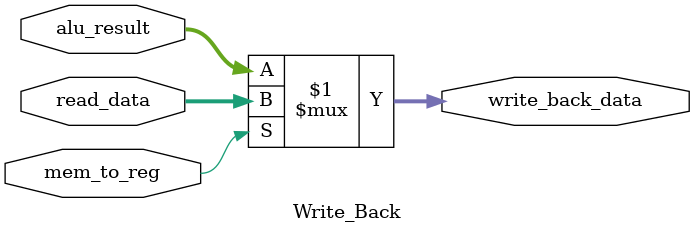
<source format=sv>
module Write_Back (
    input  logic [31:0] alu_result,      
    input  logic [31:0] read_data,        // Data read from memory
    input  logic        mem_to_reg,      // Control signal to select memory or ALU result
    output logic [31:0] write_back_data  // Data to be written back to the register
);

    assign write_back_data = (mem_to_reg) ? read_data : alu_result;

endmodule

</source>
